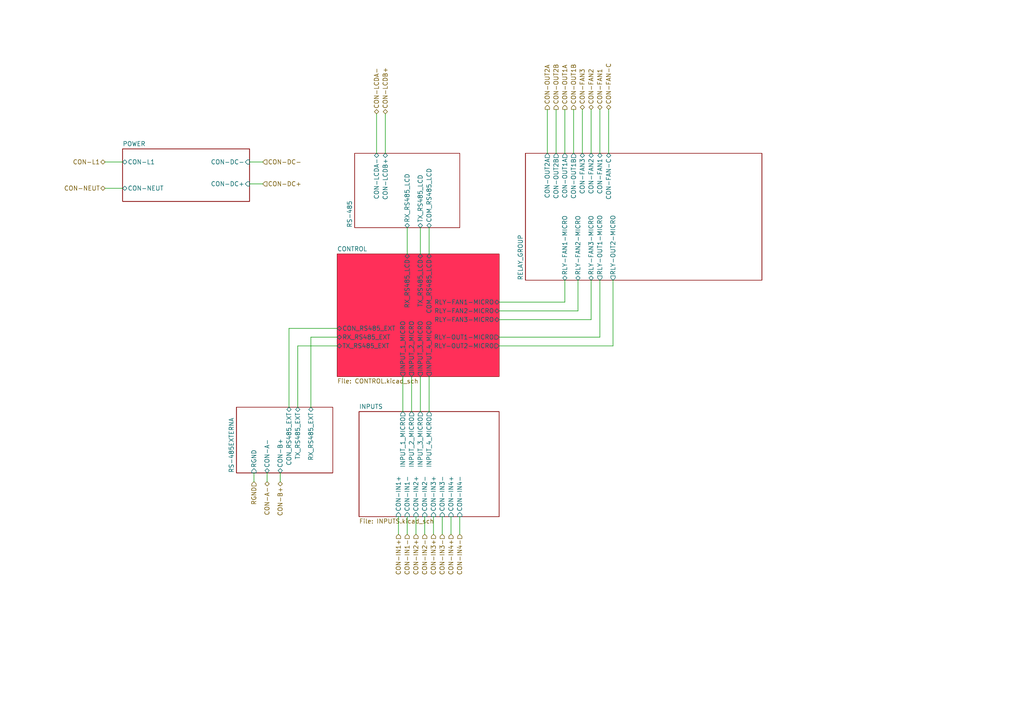
<source format=kicad_sch>
(kicad_sch (version 20230121) (generator eeschema)

  (uuid e05d3144-4ab8-4752-bd51-30a81c9a9c2d)

  (paper "A4")

  (lib_symbols
  )


  (wire (pts (xy 173.99 31.75) (xy 173.99 44.45))
    (stroke (width 0) (type default))
    (uuid 04c04772-6e54-4745-9e05-22a82b654210)
  )
  (wire (pts (xy 115.57 149.86) (xy 115.57 154.94))
    (stroke (width 0) (type default))
    (uuid 060d7adb-45b3-4d65-b570-22e4a5d907fd)
  )
  (wire (pts (xy 173.99 97.79) (xy 173.99 81.28))
    (stroke (width 0) (type default))
    (uuid 0760e8a4-d6ea-4ca7-91d2-74acb36d62e3)
  )
  (wire (pts (xy 124.46 109.22) (xy 124.46 119.38))
    (stroke (width 0) (type default))
    (uuid 08f0e85e-55f2-458c-a0a7-224f5a4d7435)
  )
  (wire (pts (xy 116.84 109.22) (xy 116.84 119.38))
    (stroke (width 0) (type default))
    (uuid 0a88fff5-9750-49e6-a083-eff48527376d)
  )
  (wire (pts (xy 86.36 118.11) (xy 86.36 100.33))
    (stroke (width 0) (type default))
    (uuid 0ad6a91d-7577-4c7e-9b31-16df87f770aa)
  )
  (wire (pts (xy 166.37 31.75) (xy 166.37 44.45))
    (stroke (width 0) (type default))
    (uuid 13991de6-20f9-44be-87bf-cb3ef429f023)
  )
  (wire (pts (xy 144.78 87.63) (xy 163.83 87.63))
    (stroke (width 0) (type default))
    (uuid 14ee1e3d-c353-42bd-9283-ab7a78e7eaa8)
  )
  (wire (pts (xy 125.73 149.86) (xy 125.73 154.94))
    (stroke (width 0) (type default))
    (uuid 1cb0f38a-cb18-4370-9343-129649af6cb9)
  )
  (wire (pts (xy 171.45 31.75) (xy 171.45 44.45))
    (stroke (width 0) (type default))
    (uuid 2da56fc4-0dcf-4db3-aea7-7f09bec24b3d)
  )
  (wire (pts (xy 163.83 31.75) (xy 163.83 44.45))
    (stroke (width 0) (type default))
    (uuid 3d1b2d63-4454-46b4-8edc-c78116bac932)
  )
  (wire (pts (xy 86.36 100.33) (xy 97.79 100.33))
    (stroke (width 0) (type default))
    (uuid 43c7ff16-3d73-4311-b3d5-44b98778bce8)
  )
  (wire (pts (xy 161.29 31.75) (xy 161.29 44.45))
    (stroke (width 0) (type default))
    (uuid 4536e0c9-8bbf-4792-a224-04a6e6d7d104)
  )
  (wire (pts (xy 119.38 109.22) (xy 119.38 119.38))
    (stroke (width 0) (type default))
    (uuid 494c3f0c-991e-40d6-9fe0-3978047b6a2d)
  )
  (wire (pts (xy 81.28 137.16) (xy 81.28 139.7))
    (stroke (width 0) (type default))
    (uuid 4b8ac035-18d0-47d4-ae58-9446062f0123)
  )
  (wire (pts (xy 111.76 33.02) (xy 111.76 44.45))
    (stroke (width 0) (type default))
    (uuid 4df942d5-9d94-4e31-834c-5fe59d8904e7)
  )
  (wire (pts (xy 158.75 31.75) (xy 158.75 44.45))
    (stroke (width 0) (type default))
    (uuid 6831c502-997b-44be-83e9-2cece66c8350)
  )
  (wire (pts (xy 176.53 31.75) (xy 176.53 44.45))
    (stroke (width 0) (type default))
    (uuid 6eed05d1-c979-4977-b182-b322f8d3cb1c)
  )
  (wire (pts (xy 76.2 53.34) (xy 72.39 53.34))
    (stroke (width 0) (type default))
    (uuid 7030b99c-b597-4619-b421-169ea309fd64)
  )
  (wire (pts (xy 171.45 81.28) (xy 171.45 92.71))
    (stroke (width 0) (type default))
    (uuid 70e51f16-6cfe-4bcd-9975-4e3fcda74798)
  )
  (wire (pts (xy 128.27 149.86) (xy 128.27 154.94))
    (stroke (width 0) (type default))
    (uuid 73662bc7-3dbb-441b-8e78-918dade11069)
  )
  (wire (pts (xy 90.17 97.79) (xy 90.17 118.11))
    (stroke (width 0) (type default))
    (uuid 74159ffa-c71e-481b-a3e4-e0d3bb18d1b1)
  )
  (wire (pts (xy 77.47 137.16) (xy 77.47 139.7))
    (stroke (width 0) (type default))
    (uuid 750fbd15-f9b4-46bf-bd7d-d977ec473d60)
  )
  (wire (pts (xy 30.48 54.61) (xy 35.56 54.61))
    (stroke (width 0) (type default))
    (uuid 77107129-9007-4c1c-800c-aec33eec2c0b)
  )
  (wire (pts (xy 163.83 81.28) (xy 163.83 87.63))
    (stroke (width 0) (type default))
    (uuid 7762e2b1-1f59-4444-994e-28b41a8619cb)
  )
  (wire (pts (xy 121.92 109.22) (xy 121.92 119.38))
    (stroke (width 0) (type default))
    (uuid 7d51e233-92f8-4740-a6ac-6c091fb68e58)
  )
  (wire (pts (xy 120.65 149.86) (xy 120.65 154.94))
    (stroke (width 0) (type default))
    (uuid 83177dbb-a0fc-4ae4-a0d7-7cfa6a15c463)
  )
  (wire (pts (xy 144.78 90.17) (xy 167.64 90.17))
    (stroke (width 0) (type default))
    (uuid 871ae255-be8f-46f1-9a25-a8246fef0258)
  )
  (wire (pts (xy 118.11 149.86) (xy 118.11 154.94))
    (stroke (width 0) (type default))
    (uuid 8769423a-31d1-49f8-bb1c-f90a68aaa15f)
  )
  (wire (pts (xy 30.48 46.99) (xy 35.56 46.99))
    (stroke (width 0) (type default))
    (uuid 87ce3b32-96a7-4785-8392-4625045d6f43)
  )
  (wire (pts (xy 97.79 97.79) (xy 90.17 97.79))
    (stroke (width 0) (type default))
    (uuid 8e977674-82db-4bb3-b69a-fc74aba857cd)
  )
  (wire (pts (xy 177.8 81.28) (xy 177.8 100.33))
    (stroke (width 0) (type default))
    (uuid 8f625580-6a1d-4ca8-beb2-b1f7a91b6b1f)
  )
  (wire (pts (xy 83.82 95.25) (xy 83.82 118.11))
    (stroke (width 0) (type default))
    (uuid a51ff588-dc34-4f64-b4b5-c0cdc64c1e7c)
  )
  (wire (pts (xy 144.78 92.71) (xy 171.45 92.71))
    (stroke (width 0) (type default))
    (uuid a815ce05-6a00-4737-8a55-eef4a4b3d278)
  )
  (wire (pts (xy 167.64 81.28) (xy 167.64 90.17))
    (stroke (width 0) (type default))
    (uuid abbc1e12-6913-45c0-ad98-c7e13630972e)
  )
  (wire (pts (xy 72.39 46.99) (xy 76.2 46.99))
    (stroke (width 0) (type default))
    (uuid afb6953e-da36-413c-93bb-1c509b4cdda4)
  )
  (wire (pts (xy 144.78 97.79) (xy 173.99 97.79))
    (stroke (width 0) (type default))
    (uuid b8fecff8-8a4e-4493-844d-03e9febc2f84)
  )
  (wire (pts (xy 124.46 66.04) (xy 124.46 73.66))
    (stroke (width 0) (type default))
    (uuid c0a2b70f-de3a-40be-bd2a-6a9569857a59)
  )
  (wire (pts (xy 121.92 66.04) (xy 121.92 73.66))
    (stroke (width 0) (type default))
    (uuid c1a9dc08-853a-48e4-a194-d42f48c79dc9)
  )
  (wire (pts (xy 97.79 95.25) (xy 83.82 95.25))
    (stroke (width 0) (type default))
    (uuid c230e567-859a-42c4-8331-cfc40b5b5464)
  )
  (wire (pts (xy 144.78 100.33) (xy 177.8 100.33))
    (stroke (width 0) (type default))
    (uuid c31d78f1-b1f3-461b-9429-0cc0b05186e4)
  )
  (wire (pts (xy 130.81 149.86) (xy 130.81 154.94))
    (stroke (width 0) (type default))
    (uuid ca88ba7d-5b7f-4903-a79e-4b7bac7693e4)
  )
  (wire (pts (xy 118.11 66.04) (xy 118.11 73.66))
    (stroke (width 0) (type default))
    (uuid caee396e-3836-4f1d-bb2d-56a12a01a294)
  )
  (wire (pts (xy 168.91 31.75) (xy 168.91 44.45))
    (stroke (width 0) (type default))
    (uuid d402e053-a1e2-4660-a2a2-dd84f0408604)
  )
  (wire (pts (xy 109.22 44.45) (xy 109.22 33.02))
    (stroke (width 0) (type default))
    (uuid daac5ad2-0537-476d-af2d-866c78a874fd)
  )
  (wire (pts (xy 133.35 149.86) (xy 133.35 154.94))
    (stroke (width 0) (type default))
    (uuid e56d09bb-e659-4227-b3b0-5c9a2bb3df01)
  )
  (wire (pts (xy 73.66 137.16) (xy 73.66 139.7))
    (stroke (width 0) (type default))
    (uuid f973790c-87ca-4c01-a8d7-52bb2a538aa2)
  )
  (wire (pts (xy 123.19 149.86) (xy 123.19 154.94))
    (stroke (width 0) (type default))
    (uuid fdbd042e-e229-4465-8eaf-63a1bbe8c0e1)
  )

  (hierarchical_label "CON-FAN1" (shape bidirectional) (at 173.99 31.75 90) (fields_autoplaced)
    (effects (font (size 1.27 1.27)) (justify left))
    (uuid 0ad6bcf1-b227-450b-995e-586de28d09e7)
  )
  (hierarchical_label "CON-L1" (shape bidirectional) (at 30.48 46.99 180) (fields_autoplaced)
    (effects (font (size 1.27 1.27)) (justify right))
    (uuid 165fac32-0b2f-46ef-8541-83b3b385df29)
  )
  (hierarchical_label "CON-IN3-" (shape input) (at 128.27 154.94 270) (fields_autoplaced)
    (effects (font (size 1.27 1.27)) (justify right))
    (uuid 342a15b0-b5f9-4163-9bdd-33f3e6b1a5da)
  )
  (hierarchical_label "CON-OUT2A" (shape output) (at 158.75 31.75 90) (fields_autoplaced)
    (effects (font (size 1.27 1.27)) (justify left))
    (uuid 36404f8c-c885-4327-8d7d-9c76271c0622)
  )
  (hierarchical_label "CON-FAN3" (shape bidirectional) (at 168.91 31.75 90) (fields_autoplaced)
    (effects (font (size 1.27 1.27)) (justify left))
    (uuid 3aa62d9a-0458-4329-ae2d-572b22a9ad0b)
  )
  (hierarchical_label "CON-DC-" (shape input) (at 76.2 46.99 0) (fields_autoplaced)
    (effects (font (size 1.27 1.27)) (justify left))
    (uuid 5026fdaf-862a-4c58-850b-8f1e09345b1c)
  )
  (hierarchical_label "CON-IN1+" (shape input) (at 115.57 154.94 270) (fields_autoplaced)
    (effects (font (size 1.27 1.27)) (justify right))
    (uuid 514a5064-232f-4d17-aae8-da2d3ef0f2a0)
  )
  (hierarchical_label "CON-OUT1B" (shape output) (at 166.37 31.75 90) (fields_autoplaced)
    (effects (font (size 1.27 1.27)) (justify left))
    (uuid 6573f81d-1fa8-4128-91b4-3675bc5ac98c)
  )
  (hierarchical_label "CON-IN2+" (shape input) (at 120.65 154.94 270) (fields_autoplaced)
    (effects (font (size 1.27 1.27)) (justify right))
    (uuid 80507fb6-9fa1-42e4-b60c-bd59933d98d2)
  )
  (hierarchical_label "CON-A-" (shape bidirectional) (at 77.47 139.7 270) (fields_autoplaced)
    (effects (font (size 1.27 1.27)) (justify right))
    (uuid 88b0cb71-37db-4c8e-bf7b-b7395ded7d8f)
  )
  (hierarchical_label "CON-IN2-" (shape input) (at 123.19 154.94 270) (fields_autoplaced)
    (effects (font (size 1.27 1.27)) (justify right))
    (uuid 894e07ff-e3d8-49ff-9d1d-913b6e0b4716)
  )
  (hierarchical_label "CON-DC+" (shape input) (at 76.2 53.34 0) (fields_autoplaced)
    (effects (font (size 1.27 1.27)) (justify left))
    (uuid 900e3473-c7a8-4edc-80ff-44b7ff024e6b)
  )
  (hierarchical_label "CON-OUT2B" (shape output) (at 161.29 31.75 90) (fields_autoplaced)
    (effects (font (size 1.27 1.27)) (justify left))
    (uuid 9366424c-caf5-472f-a45c-12cd5a545ec4)
  )
  (hierarchical_label "CON-NEUT" (shape bidirectional) (at 30.48 54.61 180) (fields_autoplaced)
    (effects (font (size 1.27 1.27)) (justify right))
    (uuid 94c16902-8a30-44ec-a22b-60672efbcae1)
  )
  (hierarchical_label "CON-IN4-" (shape input) (at 133.35 154.94 270) (fields_autoplaced)
    (effects (font (size 1.27 1.27)) (justify right))
    (uuid a07cb411-93d5-4f35-a60b-87284b1cbfb8)
  )
  (hierarchical_label "CON-IN3+" (shape input) (at 125.73 154.94 270) (fields_autoplaced)
    (effects (font (size 1.27 1.27)) (justify right))
    (uuid bc821314-4630-4b46-8849-e5f4f1a44a31)
  )
  (hierarchical_label "CON-FAN2" (shape bidirectional) (at 171.45 31.75 90) (fields_autoplaced)
    (effects (font (size 1.27 1.27)) (justify left))
    (uuid bcb5b51d-52f2-457d-8188-a537995df6ab)
  )
  (hierarchical_label "CON-LCDA-" (shape bidirectional) (at 109.22 33.02 90) (fields_autoplaced)
    (effects (font (size 1.27 1.27)) (justify left))
    (uuid c99a8199-d4cd-4d51-ad6f-d83f4dc9cf53)
  )
  (hierarchical_label "CON-IN1-" (shape input) (at 118.11 154.94 270) (fields_autoplaced)
    (effects (font (size 1.27 1.27)) (justify right))
    (uuid cd0fbbd6-5785-45e2-b892-9fb17be20936)
  )
  (hierarchical_label "CON-LCDB+" (shape bidirectional) (at 111.76 33.02 90) (fields_autoplaced)
    (effects (font (size 1.27 1.27)) (justify left))
    (uuid ce9e5ef8-4468-4ec6-9af3-6cba5123387a)
  )
  (hierarchical_label "CON-B+" (shape bidirectional) (at 81.28 139.7 270) (fields_autoplaced)
    (effects (font (size 1.27 1.27)) (justify right))
    (uuid d363b378-7297-47a8-a615-a9a821a010a0)
  )
  (hierarchical_label "CON-OUT1A" (shape output) (at 163.83 31.75 90) (fields_autoplaced)
    (effects (font (size 1.27 1.27)) (justify left))
    (uuid df422f66-639f-40fd-9ecc-4a9d9dd8a74e)
  )
  (hierarchical_label "CON-IN4+" (shape input) (at 130.81 154.94 270) (fields_autoplaced)
    (effects (font (size 1.27 1.27)) (justify right))
    (uuid eeaa6930-36a1-48b2-a279-f21ffecaa6bb)
  )
  (hierarchical_label "CON-FAN-C" (shape bidirectional) (at 176.53 31.75 90) (fields_autoplaced)
    (effects (font (size 1.27 1.27)) (justify left))
    (uuid ef5efc5b-46b2-429d-ba17-e5133f049f6a)
  )
  (hierarchical_label "RGND" (shape input) (at 73.66 139.7 270) (fields_autoplaced)
    (effects (font (size 1.27 1.27)) (justify right))
    (uuid fc899aaf-b746-48f1-a4d6-de14fd5c1f87)
  )

  (sheet (at 68.58 118.11) (size 27.94 19.05) (fields_autoplaced)
    (stroke (width 0.1524) (type solid))
    (fill (color 0 0 0 0.0000))
    (uuid 03162090-7cca-4ebc-9d52-a759f5ae4f7a)
    (property "Sheetname" "RS-485EXTERNA" (at 67.8684 137.16 90)
      (effects (font (size 1.27 1.27)) (justify left bottom))
    )
    (property "Sheetfile" "EXTERNA.kicad_sch" (at 97.1046 137.16 90)
      (effects (font (size 1.27 1.27)) (justify left top) hide)
    )
    (pin "CON-B+" bidirectional (at 81.28 137.16 270)
      (effects (font (size 1.27 1.27)) (justify left))
      (uuid 94b4bf27-48b1-4ec4-9649-899cdeea8d55)
    )
    (pin "RGND" input (at 73.66 137.16 270)
      (effects (font (size 1.27 1.27)) (justify left))
      (uuid 3f3ad572-6bba-4f4b-9a6e-c10386511e6d)
    )
    (pin "CON-A-" bidirectional (at 77.47 137.16 270)
      (effects (font (size 1.27 1.27)) (justify left))
      (uuid 958055ce-ed1d-4a08-9bf3-b3980f35b323)
    )
    (pin "RX_RS485_EXT" bidirectional (at 90.17 118.11 90)
      (effects (font (size 1.27 1.27)) (justify right))
      (uuid d9e89272-13b5-4cbd-b4b7-9b7ffc525d44)
    )
    (pin "CON_RS485_EXT" bidirectional (at 83.82 118.11 90)
      (effects (font (size 1.27 1.27)) (justify right))
      (uuid d7f5d37e-203c-46c3-98b4-cf6291dde094)
    )
    (pin "TX_RS485_EXT" bidirectional (at 86.36 118.11 90)
      (effects (font (size 1.27 1.27)) (justify right))
      (uuid d6363cec-4ccc-4908-b179-1f0126eb40c7)
    )
    (instances
      (project "Roomlink"
        (path "/89fa4562-b33b-473b-85be-61cc5cfa855c/7b8793d2-a0eb-4dc9-926a-a0df6f98fe56" (page "6"))
      )
    )
  )

  (sheet (at 152.4 44.45) (size 68.58 36.83) (fields_autoplaced)
    (stroke (width 0.1524) (type solid))
    (fill (color 0 0 0 0.0000))
    (uuid 2c351e0d-1750-4df1-a7a7-7d46f0bd2907)
    (property "Sheetname" "RELAY_GROUP" (at 151.6884 81.28 90)
      (effects (font (size 1.27 1.27)) (justify left bottom))
    )
    (property "Sheetfile" "RELAY.kicad_sch" (at 221.5646 81.28 90)
      (effects (font (size 1.27 1.27)) (justify left top) hide)
    )
    (pin "RLY-FAN3-MICRO" bidirectional (at 171.45 81.28 270)
      (effects (font (size 1.27 1.27)) (justify left))
      (uuid bbf5afa8-0491-4642-a37c-571fd551aca8)
    )
    (pin "RLY-OUT1-MICRO" output (at 173.99 81.28 270)
      (effects (font (size 1.27 1.27)) (justify left))
      (uuid 304dacb9-1516-474e-a4bf-16ab85f76854)
    )
    (pin "RLY-FAN2-MICRO" bidirectional (at 167.64 81.28 270)
      (effects (font (size 1.27 1.27)) (justify left))
      (uuid 1f5b8a50-a45b-49e6-8157-5fe1ce32f718)
    )
    (pin "RLY-FAN1-MICRO" bidirectional (at 163.83 81.28 270)
      (effects (font (size 1.27 1.27)) (justify left))
      (uuid 3cbeff26-3aed-4383-a0ba-87ad5ca381e2)
    )
    (pin "RLY-OUT2-MICRO" output (at 177.8 81.28 270)
      (effects (font (size 1.27 1.27)) (justify left))
      (uuid d9e085c6-110a-4295-9165-02283c4c8628)
    )
    (pin "CON-OUT1B" output (at 166.37 44.45 90)
      (effects (font (size 1.27 1.27)) (justify right))
      (uuid 587fe062-1e64-4448-85c5-427cd77f8bc1)
    )
    (pin "CON-FAN3" bidirectional (at 168.91 44.45 90)
      (effects (font (size 1.27 1.27)) (justify right))
      (uuid fc135d04-c980-4404-802f-5c2a25ac430c)
    )
    (pin "CON-FAN2" bidirectional (at 171.45 44.45 90)
      (effects (font (size 1.27 1.27)) (justify right))
      (uuid 299419b5-d383-4285-ae29-99d6575ca3d1)
    )
    (pin "CON-OUT2B" output (at 161.29 44.45 90)
      (effects (font (size 1.27 1.27)) (justify right))
      (uuid 26732c3d-7269-4f58-8a10-be411a2df9d8)
    )
    (pin "CON-OUT1A" output (at 163.83 44.45 90)
      (effects (font (size 1.27 1.27)) (justify right))
      (uuid 09190c91-e7c1-41e7-ba03-632f8053fec5)
    )
    (pin "CON-OUT2A" output (at 158.75 44.45 90)
      (effects (font (size 1.27 1.27)) (justify right))
      (uuid 88221427-52b4-426b-ad4e-2dfb903f1a9f)
    )
    (pin "CON-FAN-C" bidirectional (at 176.53 44.45 90)
      (effects (font (size 1.27 1.27)) (justify right))
      (uuid 65db8806-b1fc-42db-9aa3-974339590040)
    )
    (pin "CON-FAN1" bidirectional (at 173.99 44.45 90)
      (effects (font (size 1.27 1.27)) (justify right))
      (uuid 43454a38-6abe-4f20-bcb0-d1d34a6230d0)
    )
    (instances
      (project "Roomlink"
        (path "/89fa4562-b33b-473b-85be-61cc5cfa855c/7b8793d2-a0eb-4dc9-926a-a0df6f98fe56" (page "7"))
      )
    )
  )

  (sheet (at 104.14 119.38) (size 40.64 30.48) (fields_autoplaced)
    (stroke (width 0.1524) (type solid))
    (fill (color 0 0 0 0.0000))
    (uuid 4c35a72d-b886-4ec8-8dac-1a6468581d94)
    (property "Sheetname" "INPUTS" (at 104.14 118.6684 0)
      (effects (font (size 1.27 1.27)) (justify left bottom))
    )
    (property "Sheetfile" "INPUTS.kicad_sch" (at 104.14 150.4446 0)
      (effects (font (size 1.27 1.27)) (justify left top))
    )
    (pin "CON-IN1-" input (at 118.11 149.86 270)
      (effects (font (size 1.27 1.27)) (justify left))
      (uuid 4b23cc0b-240d-41a6-9d74-1dab6c96a88c)
    )
    (pin "CON-IN4-" input (at 133.35 149.86 270)
      (effects (font (size 1.27 1.27)) (justify left))
      (uuid 327ce111-e07b-4e22-aaff-a5ad2021ab99)
    )
    (pin "CON-IN3+" input (at 125.73 149.86 270)
      (effects (font (size 1.27 1.27)) (justify left))
      (uuid 1c72c529-bb13-45de-a639-8f397f9e797d)
    )
    (pin "CON-IN3-" input (at 128.27 149.86 270)
      (effects (font (size 1.27 1.27)) (justify left))
      (uuid 22386bbe-2325-4693-9579-174618880e5e)
    )
    (pin "CON-IN2+" input (at 120.65 149.86 270)
      (effects (font (size 1.27 1.27)) (justify left))
      (uuid 94c5e5da-d080-4d4f-8f33-0b33d77a6908)
    )
    (pin "CON-IN1+" input (at 115.57 149.86 270)
      (effects (font (size 1.27 1.27)) (justify left))
      (uuid 45c176c8-8a20-43e9-bd89-c28d72fa22e8)
    )
    (pin "CON-IN2-" input (at 123.19 149.86 270)
      (effects (font (size 1.27 1.27)) (justify left))
      (uuid 4e9c0b0c-5ab4-43b8-b244-c5fdbefd0178)
    )
    (pin "CON-IN4+" input (at 130.81 149.86 270)
      (effects (font (size 1.27 1.27)) (justify left))
      (uuid 52ec235e-580c-40d9-8b1c-3b92bf70ef91)
    )
    (pin "INPUT_1_MICRO" output (at 116.84 119.38 90)
      (effects (font (size 1.27 1.27)) (justify right))
      (uuid 1d3cc1af-65c9-441d-a4d3-6e02b237f64d)
    )
    (pin "INPUT_2_MICRO" output (at 119.38 119.38 90)
      (effects (font (size 1.27 1.27)) (justify right))
      (uuid ebb275a9-ea71-4caf-a038-84fca9c33c85)
    )
    (pin "INPUT_3_MICRO" output (at 121.92 119.38 90)
      (effects (font (size 1.27 1.27)) (justify right))
      (uuid 0308f7ac-9ff1-4936-b404-82d0ef37c29a)
    )
    (pin "INPUT_4_MICRO" output (at 124.46 119.38 90)
      (effects (font (size 1.27 1.27)) (justify right))
      (uuid e838fd3a-ccf9-4168-af6d-f74f7dbee404)
    )
    (instances
      (project "Roomlink"
        (path "/89fa4562-b33b-473b-85be-61cc5cfa855c/7b8793d2-a0eb-4dc9-926a-a0df6f98fe56" (page "5"))
      )
    )
  )

  (sheet (at 102.87 44.45) (size 30.48 21.59) (fields_autoplaced)
    (stroke (width 0.1524) (type solid))
    (fill (color 0 0 0 0.0000))
    (uuid 60774a0b-61ca-4afe-8aa8-def481d4642b)
    (property "Sheetname" "RS-485" (at 102.1584 66.04 90)
      (effects (font (size 1.27 1.27)) (justify left bottom))
    )
    (property "Sheetfile" "RS485.kicad_sch" (at 133.9346 66.04 90)
      (effects (font (size 1.27 1.27)) (justify left top) hide)
    )
    (pin "CON-LCDA-" bidirectional (at 109.22 44.45 90)
      (effects (font (size 1.27 1.27)) (justify right))
      (uuid a2a36d1b-6210-47ae-b1d2-fafa3fa17750)
    )
    (pin "CON-LCDB+" bidirectional (at 111.76 44.45 90)
      (effects (font (size 1.27 1.27)) (justify right))
      (uuid f804aee1-90dd-47b5-a548-05b6df5d169c)
    )
    (pin "RX_RS485_LCD" bidirectional (at 118.11 66.04 270)
      (effects (font (size 1.27 1.27)) (justify left))
      (uuid d2d90fe7-3867-4471-9a1b-9f85e3eb206c)
    )
    (pin "TX_RS485_LCD" bidirectional (at 121.92 66.04 270)
      (effects (font (size 1.27 1.27)) (justify left))
      (uuid 92918086-a168-4252-85ba-18d3914a8176)
    )
    (pin "COM_RS485_LCD" bidirectional (at 124.46 66.04 270)
      (effects (font (size 1.27 1.27)) (justify left))
      (uuid e7467259-ffce-4e67-bd4e-2380bd06f65f)
    )
    (instances
      (project "Roomlink"
        (path "/89fa4562-b33b-473b-85be-61cc5cfa855c/7b8793d2-a0eb-4dc9-926a-a0df6f98fe56" (page "4"))
      )
    )
  )

  (sheet (at 97.79 73.66) (size 46.99 35.56) (fields_autoplaced)
    (stroke (width 0.1524) (type solid))
    (fill (color 255 47 89 1.0000))
    (uuid 9f7ba284-4dfa-4c0f-abb1-67857f7ec746)
    (property "Sheetname" "CONTROL" (at 97.79 72.9484 0)
      (effects (font (size 1.27 1.27)) (justify left bottom))
    )
    (property "Sheetfile" "CONTROL.kicad_sch" (at 97.79 109.8046 0)
      (effects (font (size 1.27 1.27)) (justify left top))
    )
    (pin "COM_RS485_LCD" bidirectional (at 124.46 73.66 90)
      (effects (font (size 1.27 1.27)) (justify right))
      (uuid 7c76f9b0-e0c3-4741-a1d8-6ca299230ae8)
    )
    (pin "RX_RS485_LCD" bidirectional (at 118.11 73.66 90)
      (effects (font (size 1.27 1.27)) (justify right))
      (uuid 51683b6d-04d4-4607-9ed5-22d35713a68a)
    )
    (pin "TX_RS485_LCD" bidirectional (at 121.92 73.66 90)
      (effects (font (size 1.27 1.27)) (justify right))
      (uuid 1be81f8a-453c-4bd0-ac7f-095b6e0a07ea)
    )
    (pin "RLY-OUT1-MICRO" output (at 144.78 97.79 0)
      (effects (font (size 1.27 1.27)) (justify right))
      (uuid b1db3e7d-caa9-4352-9b04-3cafa6ca9eb8)
    )
    (pin "RLY-FAN2-MICRO" bidirectional (at 144.78 90.17 0)
      (effects (font (size 1.27 1.27)) (justify right))
      (uuid 4a846100-dd9e-4058-bbc5-f69fa68b8a8e)
    )
    (pin "RLY-FAN3-MICRO" bidirectional (at 144.78 92.71 0)
      (effects (font (size 1.27 1.27)) (justify right))
      (uuid 64eab0d9-72f8-47ce-b4ea-5730fbefcbb8)
    )
    (pin "RLY-FAN1-MICRO" bidirectional (at 144.78 87.63 0)
      (effects (font (size 1.27 1.27)) (justify right))
      (uuid 8c3d7851-ef08-493a-af95-f88d59c52bac)
    )
    (pin "RLY-OUT2-MICRO" output (at 144.78 100.33 0)
      (effects (font (size 1.27 1.27)) (justify right))
      (uuid df749b4b-7b48-4b49-81ca-d97975240407)
    )
    (pin "RX_RS485_EXT" bidirectional (at 97.79 97.79 180)
      (effects (font (size 1.27 1.27)) (justify left))
      (uuid 92c69576-9a06-4efc-ab71-533a5edcb968)
    )
    (pin "CON_RS485_EXT" bidirectional (at 97.79 95.25 180)
      (effects (font (size 1.27 1.27)) (justify left))
      (uuid 93887d9b-51f8-4aaf-8d1d-0aaa879d8bfa)
    )
    (pin "TX_RS485_EXT" bidirectional (at 97.79 100.33 180)
      (effects (font (size 1.27 1.27)) (justify left))
      (uuid 1a60f1d6-f2fe-4721-8df2-f3ce8abdeea0)
    )
    (pin "INPUT_2_MICRO" output (at 119.38 109.22 270)
      (effects (font (size 1.27 1.27)) (justify left))
      (uuid 1a24410f-d944-4a2f-aa0a-ef2ea8d05a7f)
    )
    (pin "INPUT_4_MICRO" output (at 124.46 109.22 270)
      (effects (font (size 1.27 1.27)) (justify left))
      (uuid 3d9633f9-84aa-4b6d-8f9d-1cec5cfb4056)
    )
    (pin "INPUT_3_MICRO" output (at 121.92 109.22 270)
      (effects (font (size 1.27 1.27)) (justify left))
      (uuid d806bc0e-d5bf-4623-ba4d-316a1664a89c)
    )
    (pin "INPUT_1_MICRO" output (at 116.84 109.22 270)
      (effects (font (size 1.27 1.27)) (justify left))
      (uuid 0082ead6-7398-462c-a467-5b9fd18a3fb9)
    )
    (instances
      (project "Roomlink"
        (path "/89fa4562-b33b-473b-85be-61cc5cfa855c/7b8793d2-a0eb-4dc9-926a-a0df6f98fe56" (page "8"))
      )
    )
  )

  (sheet (at 35.56 43.18) (size 36.83 15.24) (fields_autoplaced)
    (stroke (width 0.1524) (type solid))
    (fill (color 0 0 0 0.0000))
    (uuid de78a7d9-4a0c-43dc-9e26-3de5f3ed562d)
    (property "Sheetname" "POWER" (at 35.56 42.4684 0)
      (effects (font (size 1.27 1.27)) (justify left bottom))
    )
    (property "Sheetfile" "POWER.kicad_sch" (at 35.56 59.0046 0)
      (effects (font (size 1.27 1.27)) (justify left top) hide)
    )
    (pin "CON-DC+" input (at 72.39 53.34 0)
      (effects (font (size 1.27 1.27)) (justify right))
      (uuid 79274120-dc33-4c42-81e2-25231f48bf5f)
    )
    (pin "CON-DC-" input (at 72.39 46.99 0)
      (effects (font (size 1.27 1.27)) (justify right))
      (uuid 01c92226-44bd-45b3-99e9-98d5983849d3)
    )
    (pin "CON-NEUT" bidirectional (at 35.56 54.61 180)
      (effects (font (size 1.27 1.27)) (justify left))
      (uuid 4152bea3-640a-4b94-9267-2062529567aa)
    )
    (pin "CON-L1" bidirectional (at 35.56 46.99 180)
      (effects (font (size 1.27 1.27)) (justify left))
      (uuid d9e602fb-ff19-4ddf-a298-9743e1f1befe)
    )
    (instances
      (project "Roomlink"
        (path "/89fa4562-b33b-473b-85be-61cc5cfa855c/7b8793d2-a0eb-4dc9-926a-a0df6f98fe56" (page "3"))
      )
    )
  )
)

</source>
